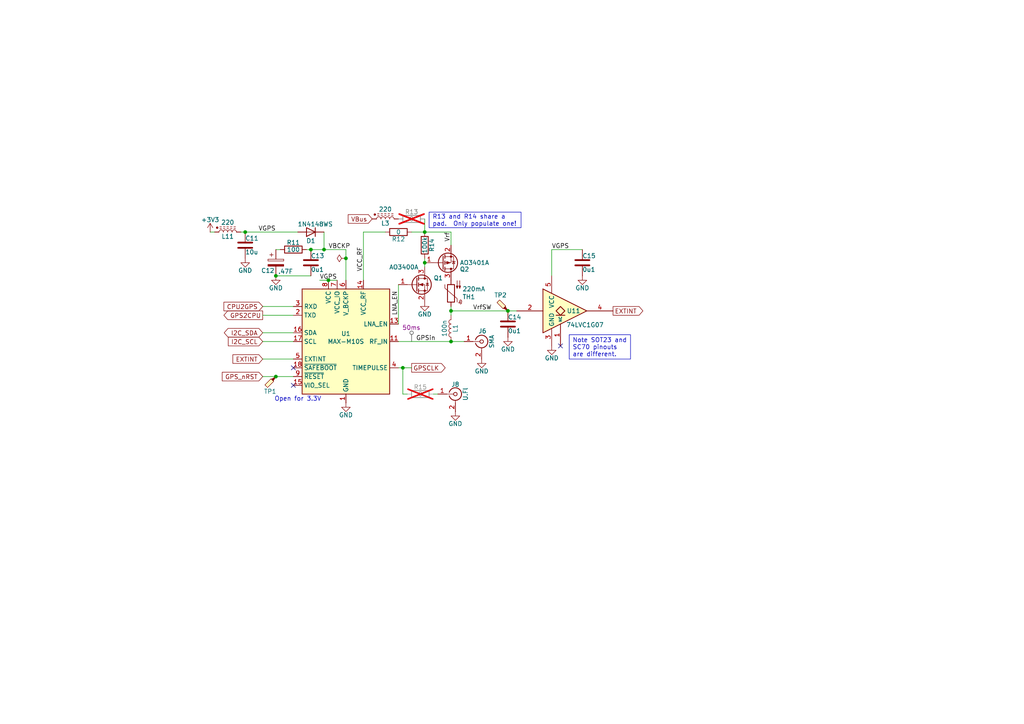
<source format=kicad_sch>
(kicad_sch (version 20250114) (generator "eeschema") (generator_version "9.0")
  (paper "A4")
  (lib_symbols
    (symbol "74xGxx:74LVC1G07"
      (property "Reference" "U" (at 0 7.62 0))
      (property "Value" "74LVC1G07" (at 3.81 -7.62 0))
      (symbol "74LVC1G07_0_1"
        (polyline (pts (xy -7.62 6.35) (xy -7.62 -6.35) (xy 5.08 0) (xy -7.62 6.35)) (stroke (width 0.254)) (fill (type background)))
        (polyline (pts (xy -3.81 -1.27) (xy -1.27 -1.27)) (stroke (width 0.254)) (fill (type background)))
        (polyline (pts (xy -2.54 1.27) (xy -3.81 0) (xy -2.54 -1.27) (xy -1.27 0) (xy -2.54 1.27)) (stroke (width 0.254)) (fill (type background)))
      )
      (symbol "74LVC1G07_1_1"
        (pin input line (at -15.24 0 0) (length 7.62) (name "~") (number "2"))
        (pin power_in line (at -5.08 10.16 270) (length 5.08) (name "VCC") (number "5"))
        (pin power_in line (at -5.08 -10.16 90) (length 5.08) (name "GND") (number "3"))
        (pin free line (at -2.54 -10.16 90) (length 6.35) (name "NC") (number "1"))
        (pin open_collector line (at 12.7 0 180) (length 7.62) (name "~") (number "4"))
      )
    )
    (symbol "Connector:Conn_Coaxial" (pin_names (offset 1.016) (hide yes))
      (property "Reference" "J" (at 0.254 3.048 0))
      (property "Value" "Conn_Coaxial" (at 2.921 0 90))
      (symbol "Conn_Coaxial_0_1"
        (polyline (pts (xy -2.54 0) (xy -0.508 0)))
        (arc (start 1.778 0) (mid 0.222 -1.8079) (end -1.778 -0.508) (stroke (width 0.254)))
        (arc (start -1.778 0.508) (mid 0.2221 1.8084) (end 1.778 0) (stroke (width 0.254)))
        (circle (center 0 0) (radius 0.508) (stroke (width 0.2032)))
        (polyline (pts (xy 0 -2.54) (xy 0 -1.778)))
      )
      (symbol "Conn_Coaxial_1_1"
        (pin passive line (at -5.08 0 0) (length 2.54) (name "In") (number "1"))
        (pin passive line (at 0 -5.08 90) (length 2.54) (name "Ext") (number "2"))
      )
    )
    (symbol "Connector:TestPoint_Probe" (pin_numbers (hide yes)) (pin_names (offset 0.762) (hide yes))
      (property "Reference" "TP" (at 1.651 5.842 0))
      (property "Value" "TestPoint_Probe" (at 1.651 4.064 0))
      (symbol "TestPoint_Probe_0_1"
        (polyline (pts (xy 1.27 0.762) (xy 0 0) (xy 0.762 1.27) (xy 1.27 0.762)) (fill (type outline)))
        (polyline (pts (xy 1.397 0.635) (xy 0.635 1.397) (xy 2.413 3.175) (xy 3.175 2.413) (xy 1.397 0.635)) (fill (type background)))
      )
      (symbol "TestPoint_Probe_1_1"
        (pin passive line (at 0 0 90) (length 0) (name "1") (number "1"))
      )
    )
    (symbol "Device:C" (pin_numbers (hide yes)) (pin_names (offset 0.254))
      (property "Reference" "C" (at 0.635 2.54 0))
      (property "Value" "C" (at 0.635 -2.54 0))
      (symbol "C_0_1"
        (polyline (pts (xy -2.032 0.762) (xy 2.032 0.762)) (stroke (width 0.508)))
        (polyline (pts (xy -2.032 -0.762) (xy 2.032 -0.762)) (stroke (width 0.508)))
      )
      (symbol "C_1_1"
        (pin passive line (at 0 3.81 270) (length 2.794) (name "~") (number "1"))
        (pin passive line (at 0 -3.81 90) (length 2.794) (name "~") (number "2"))
      )
    )
    (symbol "Device:C_Polarized" (pin_numbers (hide yes)) (pin_names (offset 0.254))
      (property "Reference" "C" (at 0.635 2.54 0))
      (property "Value" "C_Polarized" (at 0.635 -2.54 0))
      (symbol "C_Polarized_0_1"
        (rectangle (start -2.286 0.508) (end 2.286 1.016))
        (polyline (pts (xy -1.778 2.286) (xy -0.762 2.286)))
        (polyline (pts (xy -1.27 2.794) (xy -1.27 1.778)))
        (rectangle (start 2.286 -0.508) (end -2.286 -1.016) (fill (type outline)))
      )
      (symbol "C_Polarized_1_1"
        (pin passive line (at 0 3.81 270) (length 2.794) (name "~") (number "1"))
        (pin passive line (at 0 -3.81 90) (length 2.794) (name "~") (number "2"))
      )
    )
    (symbol "Device:L" (pin_numbers (hide yes)) (pin_names (offset 1.016) (hide yes))
      (property "Reference" "L" (at -1.27 0 90))
      (property "Value" "L" (at 1.905 0 90))
      (symbol "L_0_1"
        (arc (start 0 2.54) (mid 0.6323 1.905) (end 0 1.27))
        (arc (start 0 1.27) (mid 0.6323 0.635) (end 0 0))
        (arc (start 0 0) (mid 0.6323 -0.635) (end 0 -1.27))
        (arc (start 0 -1.27) (mid 0.6323 -1.905) (end 0 -2.54))
      )
      (symbol "L_1_1"
        (pin passive line (at 0 3.81 270) (length 1.27) (name "1") (number "1"))
        (pin passive line (at 0 -3.81 90) (length 1.27) (name "2") (number "2"))
      )
    )
    (symbol "Device:R" (pin_numbers (hide yes)) (pin_names (offset 0))
      (property "Reference" "R" (at 2.032 0 90))
      (property "Value" "R" (at 0 0 90))
      (symbol "R_0_1"
        (rectangle (start -1.016 -2.54) (end 1.016 2.54) (stroke (width 0.254)))
      )
      (symbol "R_1_1"
        (pin passive line (at 0 3.81 270) (length 1.27) (name "~") (number "1"))
        (pin passive line (at 0 -3.81 90) (length 1.27) (name "~") (number "2"))
      )
    )
    (symbol "Device:Thermistor_PTC" (pin_numbers (hide yes)) (pin_names (offset 0))
      (property "Reference" "TH" (at -4.064 0 90))
      (property "Value" "Thermistor_PTC" (at 3.048 0 90))
      (symbol "Thermistor_PTC_0_1"
        (arc (start -3.175 2.413) (mid -3.0506 2.3165) (end -3.048 2.159))
        (arc (start -3.048 2.794) (mid -2.9736 2.9736) (end -2.794 3.048))
        (arc (start -2.794 3.048) (mid -2.6144 2.9736) (end -2.54 2.794))
        (arc (start -2.794 2.54) (mid -2.9736 2.6144) (end -3.048 2.794))
        (arc (start -2.794 1.905) (mid -2.9736 1.9794) (end -3.048 2.159))
        (arc (start -2.54 2.159) (mid -2.6144 1.9794) (end -2.794 1.905))
        (arc (start -2.159 2.794) (mid -2.434 2.5608) (end -2.794 2.54))
        (polyline (pts (xy -2.54 2.159) (xy -2.54 2.794)))
        (polyline (pts (xy -2.54 -3.683) (xy -2.54 -1.397) (xy -2.794 -2.159) (xy -2.286 -2.159) (xy -2.54 -1.397) (xy -2.54 -1.651)) (fill (type outline)))
        (polyline (pts (xy -1.778 2.54) (xy -1.778 1.524) (xy 1.778 -1.524) (xy 1.778 -2.54)))
        (polyline (pts (xy -1.778 -3.683) (xy -1.778 -1.397) (xy -2.032 -2.159) (xy -1.524 -2.159) (xy -1.778 -1.397) (xy -1.778 -1.651)) (fill (type outline)))
        (rectangle (start -1.016 2.54) (end 1.016 -2.54) (stroke (width 0.254)))
      )
      (symbol "Thermistor_PTC_1_1"
        (pin passive line (at 0 3.81 270) (length 1.27) (name "~") (number "1"))
        (pin passive line (at 0 -3.81 90) (length 1.27) (name "~") (number "2"))
      )
    )
    (symbol "Diode:1N4148WS" (pin_numbers (hide yes)) (pin_names (hide yes))
      (property "Reference" "D" (at 0 2.54 0))
      (property "Value" "1N4148WS" (at 0 -2.54 0))
      (symbol "1N4148WS_0_1"
        (polyline (pts (xy -1.27 1.27) (xy -1.27 -1.27)) (stroke (width 0.254)))
        (polyline (pts (xy 1.27 1.27) (xy 1.27 -1.27) (xy -1.27 0) (xy 1.27 1.27)) (stroke (width 0.254)))
        (polyline (pts (xy 1.27 0) (xy -1.27 0)))
      )
      (symbol "1N4148WS_1_1"
        (pin passive line (at -3.81 0 0) (length 2.54) (name "K") (number "1"))
        (pin passive line (at 3.81 0 180) (length 2.54) (name "A") (number "2"))
      )
    )
    (symbol "Parts:L_Ferrite_Power" (pin_numbers (hide yes)) (pin_names (offset 1.016) (hide yes))
      (property "Reference" "L" (at -1.27 0 90))
      (property "Value" "L_Ferrite_Power" (at 2.794 0 90))
      (symbol "L_Ferrite_Power_0_1"
        (arc (start 0 2.54) (mid 0.6323 1.905) (end 0 1.27))
        (arc (start 0 1.27) (mid 0.6323 0.635) (end 0 0))
        (arc (start 0 0) (mid 0.6323 -0.635) (end 0 -1.27))
        (arc (start 0 -1.27) (mid 0.6323 -1.905) (end 0 -2.54))
        (polyline (pts (xy 1.016 1.778) (xy 1.016 2.286)))
        (polyline (pts (xy 1.016 0.762) (xy 1.016 1.27)))
        (polyline (pts (xy 1.016 -0.254) (xy 1.016 0.254)))
        (polyline (pts (xy 1.016 -1.27) (xy 1.016 -0.762)))
        (polyline (pts (xy 1.016 -2.286) (xy 1.016 -1.778)))
        (circle (center 1.27 3.048) (radius 0.254) (fill (type outline)))
        (polyline (pts (xy 1.524 2.286) (xy 1.524 1.778)))
        (polyline (pts (xy 1.524 1.27) (xy 1.524 0.762)))
        (polyline (pts (xy 1.524 0.254) (xy 1.524 -0.254)))
        (polyline (pts (xy 1.524 -0.762) (xy 1.524 -1.27)))
        (polyline (pts (xy 1.524 -1.778) (xy 1.524 -2.286)))
      )
      (symbol "L_Ferrite_Power_1_1"
        (pin power_in line (at 0 3.81 270) (length 1.27) (name "1") (number "1"))
        (pin power_out line (at 0 -3.81 90) (length 1.27) (name "2") (number "2"))
      )
    )
    (symbol "RF_GPS:MAX-M10S"
      (property "Reference" "U" (at -10.16 16.51 0))
      (property "Value" "MAX-M10S" (at 11.43 16.51 0))
      (symbol "MAX-M10S_0_1"
        (rectangle (start 12.7 15.24) (end -12.7 -15.24) (stroke (width 0.254)) (fill (type background)))
      )
      (symbol "MAX-M10S_1_1"
        (pin input line (at -15.24 10.16 0) (length 2.54) (name "RXD") (number "3"))
        (pin output line (at -15.24 7.62 0) (length 2.54) (name "TXD") (number "2"))
        (pin bidirectional line (at -15.24 2.54 0) (length 2.54) (name "SDA") (number "16"))
        (pin input line (at -15.24 0 0) (length 2.54) (name "SCL") (number "17"))
        (pin input line (at -15.24 -5.08 0) (length 2.54) (name "EXTINT") (number "5"))
        (pin input line (at -15.24 -7.62 0) (length 2.54) (name "~{SAFEBOOT}") (number "18"))
        (pin input line (at -15.24 -10.16 0) (length 2.54) (name "~{RESET}") (number "9"))
        (pin input line (at -15.24 -12.7 0) (length 2.54) (name "VIO_SEL") (number "15"))
        (pin power_in line (at -5.08 17.78 270) (length 2.54) (name "VCC") (number "8"))
        (pin power_in line (at -2.54 17.78 270) (length 2.54) (name "VCC_IO") (number "7"))
        (pin power_in line (at 0 17.78 270) (length 2.54) (name "V_BCKP") (number "6"))
        (pin power_in line (at 0 -17.78 90) (length 2.54) (name "GND") (number "1"))
        (pin passive line (at 0 -17.78 90) (length 2.54) (hide yes) (name "GND") (number "10"))
        (pin passive line (at 0 -17.78 90) (length 2.54) (hide yes) (name "GND") (number "12"))
        (pin power_out line (at 5.08 17.78 270) (length 2.54) (name "VCC_RF") (number "14"))
        (pin output line (at 15.24 5.08 180) (length 2.54) (name "LNA_EN") (number "13"))
        (pin input line (at 15.24 0 180) (length 2.54) (name "RF_IN") (number "11"))
        (pin output line (at 15.24 -7.62 180) (length 2.54) (name "TIMEPULSE") (number "4"))
      )
    )
    (symbol "Transistor_FET:AO3400A" (pin_names (offset 0) (hide yes))
      (property "Reference" "Q" (at 5.08 1.905 0))
      (property "Value" "AO3400A" (at 5.08 0 0))
      (symbol "AO3400A_0_1"
        (polyline (pts (xy 0.254 1.905) (xy 0.254 -1.905)) (stroke (width 0.254)))
        (polyline (pts (xy 0.254 0) (xy -2.54 0)))
        (polyline (pts (xy 0.762 2.286) (xy 0.762 1.27)) (stroke (width 0.254)))
        (polyline (pts (xy 0.762 0.508) (xy 0.762 -0.508)) (stroke (width 0.254)))
        (polyline (pts (xy 0.762 -1.27) (xy 0.762 -2.286)) (stroke (width 0.254)))
        (polyline (pts (xy 0.762 -1.778) (xy 3.302 -1.778) (xy 3.302 1.778) (xy 0.762 1.778)))
        (polyline (pts (xy 1.016 0) (xy 2.032 0.381) (xy 2.032 -0.381) (xy 1.016 0)) (fill (type outline)))
        (circle (center 1.651 0) (radius 2.794) (stroke (width 0.254)))
        (polyline (pts (xy 2.54 2.54) (xy 2.54 1.778)))
        (circle (center 2.54 1.778) (radius 0.254) (fill (type outline)))
        (circle (center 2.54 -1.778) (radius 0.254) (fill (type outline)))
        (polyline (pts (xy 2.54 -2.54) (xy 2.54 0) (xy 0.762 0)))
        (polyline (pts (xy 2.921 0.381) (xy 3.683 0.381)))
        (polyline (pts (xy 3.302 0.381) (xy 2.921 -0.254) (xy 3.683 -0.254) (xy 3.302 0.381)))
      )
      (symbol "AO3400A_1_1"
        (pin input line (at -5.08 0 0) (length 2.54) (name "G") (number "1"))
        (pin passive line (at 2.54 5.08 270) (length 2.54) (name "D") (number "3"))
        (pin passive line (at 2.54 -5.08 90) (length 2.54) (name "S") (number "2"))
      )
    )
    (symbol "Transistor_FET:AO3401A" (pin_names (hide yes))
      (property "Reference" "Q" (at 5.08 1.905 0))
      (property "Value" "AO3401A" (at 5.08 0 0))
      (symbol "AO3401A_0_1"
        (polyline (pts (xy 0.254 1.905) (xy 0.254 -1.905)) (stroke (width 0.254)))
        (polyline (pts (xy 0.254 0) (xy -2.54 0)))
        (polyline (pts (xy 0.762 2.286) (xy 0.762 1.27)) (stroke (width 0.254)))
        (polyline (pts (xy 0.762 1.778) (xy 3.302 1.778) (xy 3.302 -1.778) (xy 0.762 -1.778)))
        (polyline (pts (xy 0.762 0.508) (xy 0.762 -0.508)) (stroke (width 0.254)))
        (polyline (pts (xy 0.762 -1.27) (xy 0.762 -2.286)) (stroke (width 0.254)))
        (circle (center 1.651 0) (radius 2.794) (stroke (width 0.254)))
        (polyline (pts (xy 2.286 0) (xy 1.27 0.381) (xy 1.27 -0.381) (xy 2.286 0)) (fill (type outline)))
        (polyline (pts (xy 2.54 2.54) (xy 2.54 1.778)))
        (circle (center 2.54 1.778) (radius 0.254) (fill (type outline)))
        (circle (center 2.54 -1.778) (radius 0.254) (fill (type outline)))
        (polyline (pts (xy 2.54 -2.54) (xy 2.54 0) (xy 0.762 0)))
        (polyline (pts (xy 2.794 -0.508) (xy 2.921 -0.381) (xy 3.683 -0.381) (xy 3.81 -0.254)))
        (polyline (pts (xy 3.302 -0.381) (xy 2.921 0.254) (xy 3.683 0.254) (xy 3.302 -0.381)))
      )
      (symbol "AO3401A_1_1"
        (pin input line (at -5.08 0 0) (length 2.54) (name "G") (number "1"))
        (pin passive line (at 2.54 5.08 270) (length 2.54) (name "D") (number "3"))
        (pin passive line (at 2.54 -5.08 90) (length 2.54) (name "S") (number "2"))
      )
    )
    (symbol "power:+3V3" (power) (pin_numbers (hide yes)) (pin_names (offset 0) (hide yes))
      (property "Value" "+3V3" (at 0 3.556 0))
      (symbol "+3V3_0_1"
        (polyline (pts (xy -0.762 1.27) (xy 0 2.54)))
        (polyline (pts (xy 0 2.54) (xy 0.762 1.27)))
        (polyline (pts (xy 0 0) (xy 0 2.54)))
      )
      (symbol "+3V3_1_1"
        (pin power_in line (at 0 0 90) (length 0) (name "~") (number "1"))
      )
    )
    (symbol "power:GND" (power) (pin_numbers (hide yes)) (pin_names (offset 0) (hide yes))
      (property "Value" "GND" (at 0 -3.81 0))
      (symbol "GND_0_1"
        (polyline (pts (xy 0 0) (xy 0 -1.27) (xy 1.27 -1.27) (xy 0 -2.54) (xy -1.27 -1.27) (xy 0 -1.27)))
      )
      (symbol "GND_1_1"
        (pin power_in line (at 0 0 270) (length 0) (name "~") (number "1"))
      )
    )
    (symbol "power:PWR_FLAG" (power) (pin_numbers (hide yes)) (pin_names (offset 0) (hide yes))
      (property "Value" "PWR_FLAG" (at 0 3.81 0))
      (symbol "PWR_FLAG_0_0"
        (pin power_out line (at 0 0 90) (length 0) (name "~") (number "1"))
      )
      (symbol "PWR_FLAG_0_1"
        (polyline (pts (xy 0 0) (xy 0 1.27) (xy -1.016 1.905) (xy 0 2.54) (xy 1.016 1.905) (xy 0 1.27)))
      )
    )
  )
  (text "Open for 3.3V\n" (at 93.218 115.062 0) (effects (font (size 1.27 1.27)) (justify right top)))
  (text_box "R13 and R14 share a pad.  Only populate one!" (at 124.46 61.5259 0) (size 26.67 4.5141) (margins 0.9525 0.9525 0.9525 0.9525) (effects (font (size 1.27 1.27)) (justify left)))
  (text_box "Note SOT23 and SC70 pinouts are different." (at 165.0999 97.0859 0) (size 17.7801 7.0541) (margins 0.9525 0.9525 0.9525 0.9525) (effects (font (size 1.27 1.27)) (justify left)))
  (junction (at 147.32 90.17))
  (junction (at 80.01 109.22))
  (junction (at 71.12 67.31))
  (junction (at 100.33 74.93))
  (junction (at 90.17 72.39))
  (junction (at 80.01 80.01))
  (junction (at 130.81 99.06))
  (junction (at 130.81 90.17))
  (junction (at 123.19 76.2))
  (junction (at 116.84 106.68))
  (junction (at 123.19 67.31))
  (junction (at 93.98 72.39))
  (junction (at 95.25 81.28))
  (no_connect (at 85.09 106.68))
  (no_connect (at 162.56 100.33))
  (no_connect (at 85.09 111.76))
  (wire (pts (xy 115.57 82.55) (xy 115.57 93.98)))
  (wire (pts (xy 115.57 106.68) (xy 116.84 106.68)))
  (wire (pts (xy 80.01 109.22) (xy 85.09 109.22)))
  (wire (pts (xy 76.2 96.52) (xy 85.09 96.52)))
  (wire (pts (xy 130.81 90.17) (xy 147.32 90.17)))
  (wire (pts (xy 100.33 74.93) (xy 100.33 72.39)))
  (wire (pts (xy 127 114.3) (xy 125.73 114.3)))
  (wire (pts (xy 123.19 67.31) (xy 130.81 67.31)))
  (wire (pts (xy 88.9 72.39) (xy 90.17 72.39)))
  (wire (pts (xy 76.2 91.44) (xy 85.09 91.44)))
  (wire (pts (xy 115.57 99.06) (xy 130.81 99.06)))
  (wire (pts (xy 76.2 109.22) (xy 80.01 109.22)))
  (wire (pts (xy 93.98 67.31) (xy 93.98 72.39)))
  (wire (pts (xy 116.84 114.3) (xy 116.84 106.68)))
  (wire (pts (xy 92.71 81.28) (xy 95.25 81.28)))
  (wire (pts (xy 80.01 80.01) (xy 90.17 80.01)))
  (wire (pts (xy 116.84 106.68) (xy 119.38 106.68)))
  (wire (pts (xy 60.96 67.31) (xy 62.23 67.31)))
  (wire (pts (xy 130.81 99.06) (xy 134.62 99.06)))
  (wire (pts (xy 118.11 114.3) (xy 116.84 114.3)))
  (wire (pts (xy 130.81 90.17) (xy 130.81 91.44)))
  (wire (pts (xy 147.32 90.17) (xy 149.86 90.17)))
  (wire (pts (xy 130.81 67.31) (xy 130.81 71.12)))
  (wire (pts (xy 100.33 81.28) (xy 100.33 74.93)))
  (wire (pts (xy 105.41 81.28) (xy 105.41 67.31)))
  (wire (pts (xy 123.19 63.5) (xy 123.19 67.31)))
  (wire (pts (xy 76.2 104.14) (xy 85.09 104.14)))
  (wire (pts (xy 95.25 81.28) (xy 97.79 81.28)))
  (wire (pts (xy 130.81 88.9) (xy 130.81 90.17)))
  (wire (pts (xy 123.19 74.93) (xy 123.19 76.2)))
  (wire (pts (xy 76.2 88.9) (xy 85.09 88.9)))
  (wire (pts (xy 69.85 67.31) (xy 71.12 67.31)))
  (wire (pts (xy 80.01 72.39) (xy 81.28 72.39)))
  (wire (pts (xy 90.17 72.39) (xy 93.98 72.39)))
  (wire (pts (xy 71.12 67.31) (xy 86.36 67.31)))
  (wire (pts (xy 119.38 67.31) (xy 123.19 67.31)))
  (wire (pts (xy 160.02 80.01) (xy 160.02 72.39)))
  (wire (pts (xy 105.41 67.31) (xy 111.76 67.31)))
  (wire (pts (xy 123.19 76.2) (xy 123.19 77.47)))
  (wire (pts (xy 93.98 72.39) (xy 100.33 72.39)))
  (wire (pts (xy 76.2 99.06) (xy 85.09 99.06)))
  (wire (pts (xy 160.02 72.39) (xy 168.91 72.39)))
  (label "LNA_EN" (at 115.57 91.44 90))
  (label "GPSin" (at 120.65 99.06 0))
  (label "VBCKP" (at 95.25 72.39 0))
  (label "VGPS" (at 92.71 81.28 0))
  (label "Vrf" (at 130.81 67.31 270))
  (label "VGPS" (at 74.93 67.31 0))
  (label "VGPS" (at 160.02 72.39 0))
  (label "VCC_RF" (at 105.41 78.74 90))
  (label "VrfSW" (at 137.16 90.17 0))
  (global_label "I2C_SCL" (shape input) (at 76.2 99.06 180) (property "Intersheetrefs" "${INTERSHEET_REFS}" (at 65.6553 99.06 0) (effects (justify right))))
  (global_label "I2C_SDA" (shape bidirectional) (at 76.2 96.52 180) (property "Intersheetrefs" "${INTERSHEET_REFS}" (at 64.4835 96.52 0) (effects (justify right))))
  (global_label "GPS2CPU" (shape output) (at 76.2 91.44 180) (property "Intersheetrefs" "${INTERSHEET_REFS}" (at 64.3853 91.44 0) (effects (justify right))))
  (global_label "GPSCLK" (shape output) (at 119.38 106.68 0) (property "Intersheetrefs" "${INTERSHEET_REFS}" (at 129.6828 106.68 0) (effects (justify left))))
  (global_label "GPS_nRST" (shape input) (at 76.2 109.22 180) (property "Intersheetrefs" "${INTERSHEET_REFS}" (at 63.9016 109.22 0) (effects (justify right))))
  (global_label "CPU2GPS" (shape input) (at 76.2 88.9 180) (property "Intersheetrefs" "${INTERSHEET_REFS}" (at 64.3853 88.9 0) (effects (justify right))))
  (global_label "EXTINT" (shape output) (at 177.8 90.17 0) (property "Intersheetrefs" "${INTERSHEET_REFS}" (at 186.3491 90.17 0) (effects (justify left))))
  (global_label "EXTINT" (shape input) (at 76.2 104.14 180) (property "Intersheetrefs" "${INTERSHEET_REFS}" (at 67.6509 104.14 0) (effects (justify right))))
  (global_label "VBus" (shape input) (at 107.95 63.5 180) (property "Intersheetrefs" "${INTERSHEET_REFS}" (at 102.2071 63.5 0) (effects (justify right))))
  (netclass_flag "" (length 2.54) (shape round) (at 119.38 99.06 0) (property "Netclass" "50ms" (at 119.3165 95.758 0) (effects (justify bottom))))
  (symbol (lib_id "power:GND") (at 80.01 80.01 0) (unit 1)
    (property "Reference" "#PWR02" (effects (hide yes)))
    (property "Value" "GND" (at 80.01 82.804 0) (effects (justify top)))
    (property "Description" "Power symbol creates a global label with name \"GND\" , ground" (effects (hide yes)))
  )
  (symbol (lib_id "Connector:TestPoint_Probe") (at 80.01 109.22 180) (unit 1) (in_bom no)
    (property "Reference" "TP1" (at 78.359 113.538 0))
    (property "Value" "TestPoint_Probe" (effects (hide yes)))
    (property "Footprint" "Parts:TestPoint" (effects (hide yes)))
    (property "Description" "test point (alternative probe-style design)" (effects (hide yes)))
  )
  (symbol (lib_id "power:GND") (at 123.19 87.63 0) (unit 1)
    (property "Reference" "#PWR05" (effects (hide yes)))
    (property "Value" "GND" (at 123.19 90.424 0) (effects (justify top)))
    (property "Description" "Power symbol creates a global label with name \"GND\" , ground" (effects (hide yes)))
  )
  (symbol (lib_id "Connector:Conn_Coaxial") (at 139.7 99.06 0) (unit 1) (in_bom no)
    (property "Reference" "J6" (at 139.954 96.012 0))
    (property "Value" "SMA" (at 142.621 99.06 90))
    (property "Footprint" "Parts:SMA_EdgeMount" (effects (hide yes)))
    (property "Description" "coaxial connector (BNC, SMA, SMB, SMC, Cinch/RCA, LEMO, ...)" (effects (hide yes)))
  )
  (symbol (lib_id "Parts:L_Ferrite_Power") (at 66.04 67.31 90) (unit 1)
    (property "Reference" "L11" (at 66.04 68.58 90))
    (property "Value" "220" (at 66.04 64.516 90))
    (property "Footprint" "Inductor_SMD:L_0603_1608Metric" (effects (hide yes)))
    (property "Description" "Inductor with ferrite core" (effects (hide yes)))
    (property "LCSC" "C14709" (effects (hide yes)))
  )
  (symbol (lib_id "power:GND") (at 168.91 80.01 0) (unit 1)
    (property "Reference" "#PWR012" (effects (hide yes)))
    (property "Value" "GND" (at 168.91 82.804 0) (effects (justify top)))
    (property "Description" "Power symbol creates a global label with name \"GND\" , ground" (effects (hide yes)))
  )
  (symbol (lib_id "Device:C") (at 71.12 71.12 0) (unit 1)
    (property "Reference" "C11" (at 71.12 69.85 0) (effects (justify left bottom)))
    (property "Value" "10u" (at 71.12 72.39 0) (effects (justify left top)))
    (property "Footprint" "Capacitor_SMD:C_0402_1005Metric" (effects (hide yes)))
    (property "Description" "Unpolarized capacitor" (effects (hide yes)))
    (property "LCSC" "C15525" (effects (hide yes)))
  )
  (symbol (lib_id "Device:Thermistor_PTC") (at 130.81 85.09 180) (unit 1) (in_bom no)
    (property "Reference" "TH1" (at 134.112 86.106 0) (effects (justify right)))
    (property "Value" "220mA" (at 134.112 83.82 0) (effects (justify right)))
    (property "Footprint" "Resistor_SMD:R_0603_1608Metric" (effects (hide yes)))
    (property "Description" "Temperature dependent resistor, positive temperature coefficient" (effects (hide yes)))
  )
  (symbol (lib_id "Device:L") (at 130.81 95.25 180) (unit 1) (in_bom no)
    (property "Reference" "L1" (at 132.08 95.25 90))
    (property "Value" "100n" (at 128.905 95.25 90))
    (property "Footprint" "Parts:HHS_0402" (effects (hide yes)))
    (property "Datasheet" "LQW15AWR10J80D" (effects (hide yes)))
    (property "Description" "Inductor" (effects (hide yes)))
  )
  (symbol (lib_id "power:GND") (at 147.32 97.79 0) (unit 1)
    (property "Reference" "#PWR08" (effects (hide yes)))
    (property "Value" "GND" (at 147.32 100.584 0) (effects (justify top)))
    (property "Description" "Power symbol creates a global label with name \"GND\" , ground" (effects (hide yes)))
  )
  (symbol (lib_id "Device:C_Polarized") (at 80.01 76.2 0) (unit 1) (in_bom no)
    (property "Reference" "C12" (at 79.629 78.486 0) (effects (justify right)))
    (property "Value" ".47F" (at 80.645 78.74 0) (effects (justify left)))
    (property "Footprint" "Parts:CP_Radial_D13.5mm_P5.00mm" (effects (hide yes)))
    (property "Description" "Polarized capacitor" (effects (hide yes)))
  )
  (symbol (lib_id "Transistor_FET:AO3400A") (at 120.65 82.55 0) (unit 1)
    (property "Reference" "Q1" (at 125.73 80.645 0) (effects (justify left)))
    (property "Value" "AO3400A" (at 121.412 77.47 0) (effects (justify right)))
    (property "Footprint" "Package_TO_SOT_SMD:SOT-23" (effects (hide yes)))
    (property "Datasheet" "http://www.aosmd.com/pdfs/datasheet/AO3400A.pdf" (effects (hide yes)))
    (property "Description" "30V Vds, 5.7A Id, N-Channel MOSFET, SOT-23" (effects (hide yes)))
    (property "LCSC" "C20917" (effects (hide yes)))
  )
  (symbol (lib_id "Device:R") (at 119.38 63.5 90) (unit 1) (in_bom no) (dnp yes)
    (property "Reference" "R13" (at 119.38 61.468 90))
    (property "Value" "0" (at 119.38 63.5 90))
    (property "Footprint" "Resistor_SMD:R_0603_1608Metric" (effects (hide yes)))
    (property "Description" "Resistor" (effects (hide yes)))
  )
  (symbol (lib_id "Device:R") (at 121.92 114.3 90) (unit 1) (in_bom no) (dnp yes)
    (property "Reference" "R15" (at 121.92 112.268 90))
    (property "Value" "0" (at 121.92 114.3 90))
    (property "Footprint" "Resistor_SMD:R_0603_1608Metric" (effects (hide yes)))
    (property "Description" "Resistor" (effects (hide yes)))
  )
  (symbol (lib_id "Device:R") (at 85.09 72.39 90) (unit 1)
    (property "Reference" "R11" (at 85.09 70.358 90))
    (property "Value" "100" (at 85.09 72.39 90))
    (property "Footprint" "Resistor_SMD:R_0402_1005Metric" (effects (hide yes)))
    (property "Description" "Resistor" (effects (hide yes)))
    (property "LCSC" "C25076" (effects (hide yes)))
  )
  (symbol (lib_id "power:GND") (at 100.33 116.84 0) (unit 1)
    (property "Reference" "#PWR04" (effects (hide yes)))
    (property "Value" "GND" (at 100.33 119.634 0) (effects (justify top)))
    (property "Description" "Power symbol creates a global label with name \"GND\" , ground" (effects (hide yes)))
  )
  (symbol (lib_id "RF_GPS:MAX-M10S") (at 100.33 99.06 0) (unit 1) (in_bom no)
    (property "Reference" "U1" (at 100.33 96.774 0))
    (property "Value" "MAX-M10S" (at 100.33 99.06 0))
    (property "Footprint" "RF_GPS:ublox_MAX" (effects (hide yes)))
    (property "Datasheet" "https://content.u-blox.com/sites/default/files/MAX-M10S_DataSheet_UBX-20035208.pdf" (effects (hide yes)))
    (property "Description" "GNSS Module MAX M10, VCC 1.65V to 3.6V" (effects (hide yes)))
  )
  (symbol (lib_id "power:+3V3") (at 60.96 67.31 0) (unit 1)
    (property "Reference" "#PWR01" (effects (hide yes)))
    (property "Value" "+3V3" (at 60.96 63.754 0))
    (property "Description" "Power symbol creates a global label with name \"+3V3\"" (effects (hide yes)))
  )
  (symbol (lib_id "Diode:1N4148WS") (at 90.17 67.31 180) (unit 1)
    (property "Reference" "D1" (at 90.17 69.85 0))
    (property "Value" "1N4148WS" (at 91.44 65.024 0))
    (property "Footprint" "Diode_SMD:D_SOD-323" (effects (hide yes)))
    (property "Datasheet" "https://www.vishay.com/docs/85751/1n4148ws.pdf" (effects (hide yes)))
    (property "Description" "75V 0.15A Fast switching Diode, SOD-323" (effects (hide yes)))
    (property "LCSC" "C2128" (effects (hide yes)))
  )
  (symbol (lib_id "74xGxx:74LVC1G07") (at 165.1 90.17 0) (unit 1) (in_bom no)
    (property "Reference" "U11" (at 166.37 90.17 0))
    (property "Value" "74LVC1G07" (at 169.672 94.234 0))
    (property "Footprint" "Parts:SOT-23-5" (effects (hide yes)))
    (property "Datasheet" "https://www.ti.com/lit/ds/symlink/sn74lvc1g07.pdf" (effects (hide yes)))
    (property "Description" "Single Buffer Gate, Open Drain, Low-Voltage CMOS" (effects (hide yes)))
  )
  (symbol (lib_id "Parts:L_Ferrite_Power") (at 111.76 63.5 90) (unit 1)
    (property "Reference" "L3" (at 111.76 64.77 90))
    (property "Value" "220" (at 111.76 60.706 90))
    (property "Footprint" "Inductor_SMD:L_0603_1608Metric" (effects (hide yes)))
    (property "Description" "Inductor with ferrite core" (effects (hide yes)))
    (property "LCSC" "C14709" (effects (hide yes)))
  )
  (symbol (lib_id "Device:R") (at 115.57 67.31 90) (mirror x) (unit 1)
    (property "Reference" "R12" (at 115.57 69.342 90))
    (property "Value" "0" (at 115.57 67.31 90))
    (property "Footprint" "Resistor_SMD:R_0603_1608Metric" (effects (hide yes)))
    (property "Description" "Resistor" (effects (hide yes)))
    (property "LCSC" "C21189" (effects (hide yes)))
  )
  (symbol (lib_id "Device:C") (at 168.91 76.2 0) (unit 1)
    (property "Reference" "C15" (at 168.91 74.93 0) (effects (justify left bottom)))
    (property "Value" "0u1" (at 168.91 77.47 0) (effects (justify left top)))
    (property "Footprint" "Capacitor_SMD:C_0402_1005Metric" (effects (hide yes)))
    (property "Description" "Unpolarized capacitor" (effects (hide yes)))
    (property "LCSC" "C307331" (effects (hide yes)))
  )
  (symbol (lib_id "Device:C") (at 147.32 93.98 0) (unit 1)
    (property "Reference" "C14" (at 147.32 92.71 0) (effects (justify left bottom)))
    (property "Value" "0u1" (at 147.32 95.25 0) (effects (justify left top)))
    (property "Footprint" "Capacitor_SMD:C_0402_1005Metric" (effects (hide yes)))
    (property "Description" "Unpolarized capacitor" (effects (hide yes)))
    (property "LCSC" "C307331" (effects (hide yes)))
  )
  (symbol (lib_id "power:GND") (at 132.08 119.38 0) (unit 1)
    (property "Reference" "#PWR06" (effects (hide yes)))
    (property "Value" "GND" (at 132.08 122.174 0) (effects (justify top)))
    (property "Description" "Power symbol creates a global label with name \"GND\" , ground" (effects (hide yes)))
  )
  (symbol (lib_id "Connector:TestPoint_Probe") (at 147.32 90.17 0) (mirror y) (unit 1) (in_bom no)
    (property "Reference" "TP2" (at 145.161 85.598 0))
    (property "Value" "TestPoint_Probe" (effects (hide yes)))
    (property "Footprint" "Parts:TestPoint" (effects (hide yes)))
    (property "Description" "test point (alternative probe-style design)" (effects (hide yes)))
  )
  (symbol (lib_id "power:GND") (at 160.02 100.33 0) (unit 1)
    (property "Reference" "#PWR010" (effects (hide yes)))
    (property "Value" "GND" (at 160.02 103.124 0) (effects (justify top)))
    (property "Description" "Power symbol creates a global label with name \"GND\" , ground" (effects (hide yes)))
  )
  (symbol (lib_id "Device:C") (at 90.17 76.2 0) (unit 1)
    (property "Reference" "C13" (at 90.17 74.93 0) (effects (justify left bottom)))
    (property "Value" "0u1" (at 90.17 77.47 0) (effects (justify left top)))
    (property "Footprint" "Capacitor_SMD:C_0402_1005Metric" (effects (hide yes)))
    (property "Description" "Unpolarized capacitor" (effects (hide yes)))
    (property "LCSC" "C307331" (effects (hide yes)))
  )
  (symbol (lib_id "power:GND") (at 71.12 74.93 0) (unit 1)
    (property "Reference" "#PWR028" (effects (hide yes)))
    (property "Value" "GND" (at 71.12 77.724 0) (effects (justify top)))
    (property "Description" "Power symbol creates a global label with name \"GND\" , ground" (effects (hide yes)))
  )
  (symbol (lib_id "power:GND") (at 139.7 104.14 0) (unit 1)
    (property "Reference" "#PWR07" (effects (hide yes)))
    (property "Value" "GND" (at 139.7 106.934 0) (effects (justify top)))
    (property "Description" "Power symbol creates a global label with name \"GND\" , ground" (effects (hide yes)))
  )
  (symbol (lib_id "Transistor_FET:AO3401A") (at 128.27 76.2 0) (mirror x) (unit 1)
    (property "Reference" "Q2" (at 133.35 78.105 0) (effects (justify left)))
    (property "Value" "AO3401A" (at 133.35 76.2 0) (effects (justify left)))
    (property "Footprint" "Package_TO_SOT_SMD:SOT-23" (effects (hide yes)))
    (property "Datasheet" "http://www.aosmd.com/pdfs/datasheet/AO3401A.pdf" (effects (hide yes)))
    (property "Description" "-4.0A Id, -30V Vds, P-Channel MOSFET, SOT-23" (effects (hide yes)))
    (property "LCSC" "C15127" (effects (hide yes)))
  )
  (symbol (lib_id "Device:R") (at 123.19 71.12 0) (unit 1)
    (property "Reference" "R14" (at 125.222 71.12 90))
    (property "Value" "100k" (at 123.19 71.12 90))
    (property "Footprint" "Resistor_SMD:R_0402_1005Metric" (effects (hide yes)))
    (property "Description" "Resistor" (effects (hide yes)))
    (property "LCSC" "C25741" (effects (hide yes)))
  )
  (symbol (lib_id "power:PWR_FLAG") (at 100.33 74.93 90) (unit 1)
    (property "Reference" "#FLG01" (effects (hide yes)))
    (property "Value" "PWR_FLAG" (effects (hide yes)))
    (property "Description" "Special symbol for telling ERC where power comes from" (effects (hide yes)))
  )
  (symbol (lib_id "Connector:Conn_Coaxial") (at 132.08 114.3 0) (unit 1) (in_bom no)
    (property "Reference" "J8" (at 132.08 111.506 0))
    (property "Value" "U.Fl" (at 135.001 114.3 90))
    (property "Footprint" "Parts:U.FL_Hirose_U.FL-R-SMT-1_Vertical" (effects (hide yes)))
    (property "Description" "coaxial connector (BNC, SMA, SMB, SMC, Cinch/RCA, LEMO, ...)" (effects (hide yes)))
  )
)
</source>
